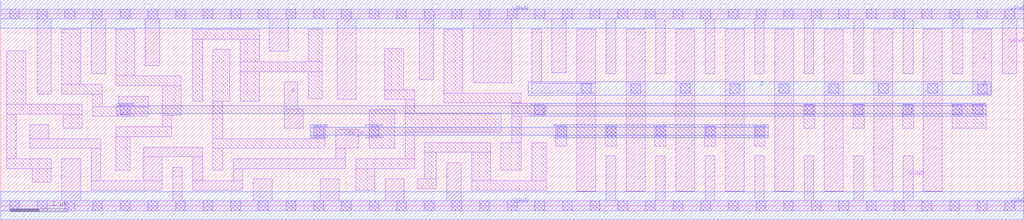
<source format=lef>
# Copyright 2020 The SkyWater PDK Authors
#
# Licensed under the Apache License, Version 2.0 (the "License");
# you may not use this file except in compliance with the License.
# You may obtain a copy of the License at
#
#     https://www.apache.org/licenses/LICENSE-2.0
#
# Unless required by applicable law or agreed to in writing, software
# distributed under the License is distributed on an "AS IS" BASIS,
# WITHOUT WARRANTIES OR CONDITIONS OF ANY KIND, either express or implied.
# See the License for the specific language governing permissions and
# limitations under the License.
#
# SPDX-License-Identifier: Apache-2.0

VERSION 5.7 ;
  NAMESCASESENSITIVE ON ;
  NOWIREEXTENSIONATPIN ON ;
  DIVIDERCHAR "/" ;
  BUSBITCHARS "[]" ;
UNITS
  DATABASE MICRONS 200 ;
END UNITS
MACRO sky130_fd_sc_lp__busdrivernovlp_20
  CLASS CORE ;
  SOURCE USER ;
  FOREIGN sky130_fd_sc_lp__busdrivernovlp_20 ;
  ORIGIN  0.000000  0.000000 ;
  SIZE  17.76000 BY  3.330000 ;
  SYMMETRY X Y ;
  SITE unit ;
  PIN A
    ANTENNAGATEAREA  1.260000 ;
    DIRECTION INPUT ;
    USE SIGNAL ;
    PORT
      LAYER li1 ;
        RECT 4.925000 1.345000 5.255000 1.675000 ;
        RECT 4.925000 1.675000 5.155000 2.150000 ;
    END
  END A
  PIN TE_B
    ANTENNAGATEAREA  0.630000 ;
    DIRECTION INPUT ;
    USE SIGNAL ;
    PORT
      LAYER li1 ;
        RECT 0.505000 0.995000 1.740000 1.165000 ;
        RECT 0.505000 1.165000 0.835000 1.410000 ;
        RECT 1.570000 0.265000 2.805000 0.435000 ;
        RECT 1.570000 0.435000 1.740000 0.995000 ;
        RECT 2.475000 0.435000 2.805000 0.850000 ;
        RECT 2.475000 0.850000 3.505000 1.020000 ;
        RECT 3.335000 0.265000 4.205000 0.435000 ;
        RECT 3.335000 0.435000 3.505000 0.850000 ;
        RECT 4.035000 0.435000 4.205000 0.645000 ;
        RECT 4.035000 0.645000 5.985000 0.815000 ;
        RECT 5.815000 0.815000 5.985000 0.995000 ;
        RECT 5.815000 0.995000 6.215000 1.325000 ;
    END
  END TE_B
  PIN Z
    ANTENNADIFFAREA  4.968000 ;
    DIRECTION OUTPUT ;
    USE SIGNAL ;
    PORT
      LAYER li1 ;
        RECT  9.220000 1.950000 10.330000 2.130000 ;
        RECT  9.220000 2.130000  9.390000 3.065000 ;
        RECT 10.000000 0.255000 10.330000 1.950000 ;
        RECT 10.000000 2.130000 10.330000 3.065000 ;
        RECT 10.860000 0.255000 11.190000 3.065000 ;
        RECT 11.720000 0.255000 12.050000 3.065000 ;
        RECT 12.580000 0.255000 12.910000 3.065000 ;
        RECT 13.440000 0.255000 13.770000 3.065000 ;
        RECT 14.300000 0.255000 14.630000 3.065000 ;
        RECT 15.160000 0.260000 15.490000 3.065000 ;
        RECT 16.020000 0.255000 16.350000 3.065000 ;
        RECT 16.880000 1.940000 17.210000 3.065000 ;
      LAYER mcon ;
        RECT 10.080000 1.950000 10.250000 2.120000 ;
        RECT 10.940000 1.950000 11.110000 2.120000 ;
        RECT 11.800000 1.950000 11.970000 2.120000 ;
        RECT 12.660000 1.950000 12.830000 2.120000 ;
        RECT 13.520000 1.950000 13.690000 2.120000 ;
        RECT 14.380000 1.950000 14.550000 2.120000 ;
        RECT 15.240000 1.950000 15.410000 2.120000 ;
        RECT 16.100000 1.950000 16.270000 2.120000 ;
        RECT 16.960000 1.950000 17.130000 2.120000 ;
      LAYER met1 ;
        RECT 9.160000 1.920000 17.190000 2.150000 ;
    END
  END Z
  PIN VGND
    DIRECTION INOUT ;
    USE GROUND ;
    PORT
      LAYER li1 ;
        RECT  0.000000 -0.085000 17.760000 0.085000 ;
        RECT  1.060000  0.085000  1.390000 0.815000 ;
        RECT  2.985000  0.085000  3.155000 0.670000 ;
        RECT  4.385000  0.085000  4.715000 0.465000 ;
        RECT  5.545000  0.085000  5.875000 0.465000 ;
        RECT  6.675000  0.085000  7.005000 0.465000 ;
        RECT  7.745000  0.085000  7.995000 0.745000 ;
        RECT 10.510000  0.085000 10.680000 0.865000 ;
        RECT 11.370000  0.085000 11.540000 0.865000 ;
        RECT 12.230000  0.085000 12.400000 0.865000 ;
        RECT 13.090000  0.085000 13.260000 0.865000 ;
        RECT 13.950000  0.085000 14.120000 0.865000 ;
        RECT 14.810000  0.085000 14.980000 0.865000 ;
        RECT 15.670000  0.085000 15.840000 0.865000 ;
      LAYER mcon ;
        RECT  0.155000 -0.085000  0.325000 0.085000 ;
        RECT  0.635000 -0.085000  0.805000 0.085000 ;
        RECT  1.115000 -0.085000  1.285000 0.085000 ;
        RECT  1.595000 -0.085000  1.765000 0.085000 ;
        RECT  2.075000 -0.085000  2.245000 0.085000 ;
        RECT  2.555000 -0.085000  2.725000 0.085000 ;
        RECT  3.035000 -0.085000  3.205000 0.085000 ;
        RECT  3.515000 -0.085000  3.685000 0.085000 ;
        RECT  3.995000 -0.085000  4.165000 0.085000 ;
        RECT  4.475000 -0.085000  4.645000 0.085000 ;
        RECT  4.955000 -0.085000  5.125000 0.085000 ;
        RECT  5.435000 -0.085000  5.605000 0.085000 ;
        RECT  5.915000 -0.085000  6.085000 0.085000 ;
        RECT  6.395000 -0.085000  6.565000 0.085000 ;
        RECT  6.875000 -0.085000  7.045000 0.085000 ;
        RECT  7.355000 -0.085000  7.525000 0.085000 ;
        RECT  7.835000 -0.085000  8.005000 0.085000 ;
        RECT  8.315000 -0.085000  8.485000 0.085000 ;
        RECT  8.795000 -0.085000  8.965000 0.085000 ;
        RECT  9.275000 -0.085000  9.445000 0.085000 ;
        RECT  9.755000 -0.085000  9.925000 0.085000 ;
        RECT 10.235000 -0.085000 10.405000 0.085000 ;
        RECT 10.715000 -0.085000 10.885000 0.085000 ;
        RECT 11.195000 -0.085000 11.365000 0.085000 ;
        RECT 11.675000 -0.085000 11.845000 0.085000 ;
        RECT 12.155000 -0.085000 12.325000 0.085000 ;
        RECT 12.635000 -0.085000 12.805000 0.085000 ;
        RECT 13.115000 -0.085000 13.285000 0.085000 ;
        RECT 13.595000 -0.085000 13.765000 0.085000 ;
        RECT 14.075000 -0.085000 14.245000 0.085000 ;
        RECT 14.555000 -0.085000 14.725000 0.085000 ;
        RECT 15.035000 -0.085000 15.205000 0.085000 ;
        RECT 15.515000 -0.085000 15.685000 0.085000 ;
        RECT 15.995000 -0.085000 16.165000 0.085000 ;
        RECT 16.475000 -0.085000 16.645000 0.085000 ;
        RECT 16.955000 -0.085000 17.125000 0.085000 ;
        RECT 17.435000 -0.085000 17.605000 0.085000 ;
      LAYER met1 ;
        RECT 0.000000 -0.245000 17.760000 0.245000 ;
    END
  END VGND
  PIN VPWR
    DIRECTION INOUT ;
    USE POWER ;
    PORT
      LAYER li1 ;
        RECT  0.000000 3.245000 17.760000 3.415000 ;
        RECT  0.630000 1.940000  0.880000 3.245000 ;
        RECT  1.570000 2.290000  1.820000 3.245000 ;
        RECT  2.510000 2.435000  2.760000 3.245000 ;
        RECT  4.665000 2.680000  4.995000 3.245000 ;
        RECT  5.845000 1.845000  6.175000 3.245000 ;
        RECT  7.265000 2.185000  7.515000 3.245000 ;
        RECT  8.205000 2.135000  8.875000 3.245000 ;
        RECT  9.570000 2.310000  9.820000 3.245000 ;
        RECT 10.510000 2.290000 10.680000 3.245000 ;
        RECT 11.370000 2.290000 11.540000 3.245000 ;
        RECT 12.230000 2.290000 12.400000 3.245000 ;
        RECT 13.090000 2.290000 13.260000 3.245000 ;
        RECT 13.950000 2.290000 14.120000 3.245000 ;
        RECT 14.810000 2.290000 14.980000 3.245000 ;
        RECT 15.670000 2.290000 15.840000 3.245000 ;
        RECT 16.530000 2.290000 16.700000 3.245000 ;
        RECT 17.390000 2.290000 17.640000 3.245000 ;
      LAYER mcon ;
        RECT  0.155000 3.245000  0.325000 3.415000 ;
        RECT  0.635000 3.245000  0.805000 3.415000 ;
        RECT  1.115000 3.245000  1.285000 3.415000 ;
        RECT  1.595000 3.245000  1.765000 3.415000 ;
        RECT  2.075000 3.245000  2.245000 3.415000 ;
        RECT  2.555000 3.245000  2.725000 3.415000 ;
        RECT  3.035000 3.245000  3.205000 3.415000 ;
        RECT  3.515000 3.245000  3.685000 3.415000 ;
        RECT  3.995000 3.245000  4.165000 3.415000 ;
        RECT  4.475000 3.245000  4.645000 3.415000 ;
        RECT  4.955000 3.245000  5.125000 3.415000 ;
        RECT  5.435000 3.245000  5.605000 3.415000 ;
        RECT  5.915000 3.245000  6.085000 3.415000 ;
        RECT  6.395000 3.245000  6.565000 3.415000 ;
        RECT  6.875000 3.245000  7.045000 3.415000 ;
        RECT  7.355000 3.245000  7.525000 3.415000 ;
        RECT  7.835000 3.245000  8.005000 3.415000 ;
        RECT  8.315000 3.245000  8.485000 3.415000 ;
        RECT  8.795000 3.245000  8.965000 3.415000 ;
        RECT  9.275000 3.245000  9.445000 3.415000 ;
        RECT  9.755000 3.245000  9.925000 3.415000 ;
        RECT 10.235000 3.245000 10.405000 3.415000 ;
        RECT 10.715000 3.245000 10.885000 3.415000 ;
        RECT 11.195000 3.245000 11.365000 3.415000 ;
        RECT 11.675000 3.245000 11.845000 3.415000 ;
        RECT 12.155000 3.245000 12.325000 3.415000 ;
        RECT 12.635000 3.245000 12.805000 3.415000 ;
        RECT 13.115000 3.245000 13.285000 3.415000 ;
        RECT 13.595000 3.245000 13.765000 3.415000 ;
        RECT 14.075000 3.245000 14.245000 3.415000 ;
        RECT 14.555000 3.245000 14.725000 3.415000 ;
        RECT 15.035000 3.245000 15.205000 3.415000 ;
        RECT 15.515000 3.245000 15.685000 3.415000 ;
        RECT 15.995000 3.245000 16.165000 3.415000 ;
        RECT 16.475000 3.245000 16.645000 3.415000 ;
        RECT 16.955000 3.245000 17.125000 3.415000 ;
        RECT 17.435000 3.245000 17.605000 3.415000 ;
      LAYER met1 ;
        RECT 0.000000 3.085000 17.760000 3.575000 ;
    END
  END VPWR
  OBS
    LAYER li1 ;
      RECT  0.100000 0.645000  0.880000 0.815000 ;
      RECT  0.100000 0.815000  0.270000 1.590000 ;
      RECT  0.100000 1.590000  1.415000 1.760000 ;
      RECT  0.100000 1.760000  0.430000 2.695000 ;
      RECT  0.550000 0.405000  0.880000 0.645000 ;
      RECT  1.060000 1.940000  1.765000 2.110000 ;
      RECT  1.060000 2.110000  1.390000 3.065000 ;
      RECT  1.085000 1.345000  1.415000 1.590000 ;
      RECT  1.595000 1.550000  2.565000 1.720000 ;
      RECT  1.595000 1.720000  1.765000 1.940000 ;
      RECT  1.995000 0.615000  2.245000 1.200000 ;
      RECT  1.995000 1.200000  2.970000 1.370000 ;
      RECT  2.000000 2.085000  3.130000 2.255000 ;
      RECT  2.000000 2.255000  2.330000 3.065000 ;
      RECT  2.045000 1.720000  2.565000 1.905000 ;
      RECT  2.800000 1.370000  2.970000 1.575000 ;
      RECT  2.800000 1.575000  3.130000 2.085000 ;
      RECT  3.335000 1.815000  3.505000 2.895000 ;
      RECT  3.335000 2.895000  4.485000 3.065000 ;
      RECT  3.685000 0.615000  3.855000 0.995000 ;
      RECT  3.685000 0.995000  5.635000 1.165000 ;
      RECT  3.685000 1.165000  3.855000 1.815000 ;
      RECT  3.685000 1.815000  3.975000 2.715000 ;
      RECT  4.155000 1.815000  4.485000 2.330000 ;
      RECT  4.155000 2.330000  5.585000 2.500000 ;
      RECT  4.155000 2.500000  4.485000 2.895000 ;
      RECT  5.335000 1.855000  5.585000 2.330000 ;
      RECT  5.335000 2.500000  5.585000 3.065000 ;
      RECT  5.435000 1.165000  5.635000 1.410000 ;
      RECT  6.165000 0.265000  6.495000 0.645000 ;
      RECT  6.165000 0.645000  7.190000 0.815000 ;
      RECT  6.395000 0.995000  6.840000 1.665000 ;
      RECT  6.665000 1.845000  7.190000 2.015000 ;
      RECT  6.665000 2.015000  6.995000 2.725000 ;
      RECT  7.020000 0.815000  7.190000 1.275000 ;
      RECT  7.020000 1.275000  8.690000 1.605000 ;
      RECT  7.020000 1.605000  7.190000 1.845000 ;
      RECT  7.235000 0.295000  7.565000 0.465000 ;
      RECT  7.360000 0.465000  7.565000 0.925000 ;
      RECT  7.360000 0.925000  8.505000 1.095000 ;
      RECT  7.695000 1.785000  9.040000 1.955000 ;
      RECT  7.695000 1.955000  8.025000 3.065000 ;
      RECT  8.175000 0.265000  9.470000 0.435000 ;
      RECT  8.175000 0.435000  8.505000 0.925000 ;
      RECT  8.685000 0.615000  9.040000 1.095000 ;
      RECT  8.870000 1.095000  9.040000 1.550000 ;
      RECT  8.870000 1.550000  9.475000 1.780000 ;
      RECT  8.870000 1.780000  9.040000 1.785000 ;
      RECT  9.220000 0.435000  9.470000 1.095000 ;
      RECT  9.640000 1.035000  9.830000 1.410000 ;
      RECT 10.500000 1.035000 10.690000 1.410000 ;
      RECT 11.360000 1.035000 11.550000 1.410000 ;
      RECT 12.220000 1.035000 12.410000 1.410000 ;
      RECT 13.080000 1.035000 13.270000 1.410000 ;
      RECT 13.940000 1.345000 14.130000 1.760000 ;
      RECT 14.800000 1.345000 14.990000 1.760000 ;
      RECT 15.660000 1.345000 15.850000 1.760000 ;
      RECT 16.520000 1.345000 17.110000 1.760000 ;
    LAYER mcon ;
      RECT  2.075000 1.580000  2.245000 1.750000 ;
      RECT  5.435000 1.210000  5.605000 1.380000 ;
      RECT  6.395000 1.210000  6.565000 1.380000 ;
      RECT  9.275000 1.580000  9.445000 1.750000 ;
      RECT  9.660000 1.210000  9.830000 1.380000 ;
      RECT 10.520000 1.210000 10.690000 1.380000 ;
      RECT 11.380000 1.210000 11.550000 1.380000 ;
      RECT 12.240000 1.210000 12.410000 1.380000 ;
      RECT 13.100000 1.210000 13.270000 1.380000 ;
      RECT 13.940000 1.580000 14.110000 1.750000 ;
      RECT 14.800000 1.580000 14.970000 1.750000 ;
      RECT 15.660000 1.580000 15.830000 1.750000 ;
      RECT 16.520000 1.580000 16.690000 1.750000 ;
      RECT 16.880000 1.580000 17.050000 1.750000 ;
    LAYER met1 ;
      RECT 2.015000 1.550000  2.305000 1.595000 ;
      RECT 2.015000 1.595000 17.110000 1.735000 ;
      RECT 2.015000 1.735000  2.305000 1.780000 ;
      RECT 5.375000 1.180000  5.665000 1.225000 ;
      RECT 5.375000 1.225000 13.330000 1.365000 ;
      RECT 5.375000 1.365000  5.665000 1.410000 ;
      RECT 6.335000 1.180000  6.625000 1.225000 ;
      RECT 6.335000 1.365000  6.625000 1.410000 ;
      RECT 9.215000 1.550000 17.110000 1.595000 ;
      RECT 9.215000 1.735000 17.110000 1.780000 ;
      RECT 9.600000 1.180000 13.330000 1.225000 ;
      RECT 9.600000 1.365000 13.330000 1.410000 ;
  END
END sky130_fd_sc_lp__busdrivernovlp_20

</source>
